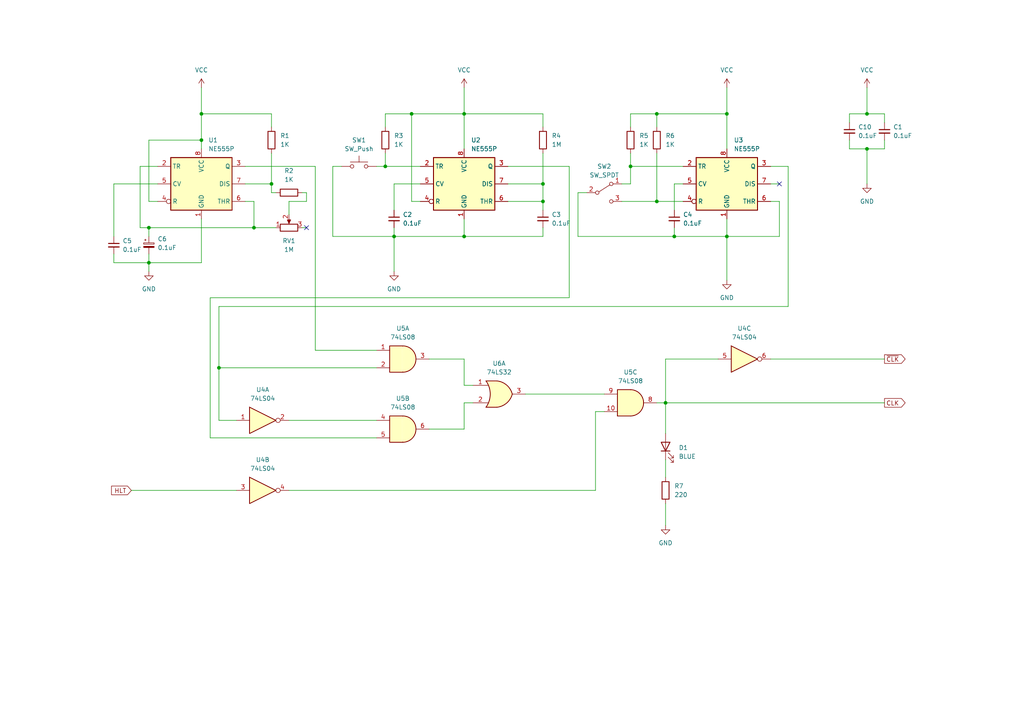
<source format=kicad_sch>
(kicad_sch (version 20211123) (generator eeschema)
  (paper "A4")
  (lib_symbols
    (symbol "74xx:74LS04"
      (property "Reference" "U" (at 0 1.27 0))
      (property "Value" "74LS04" (at 0 -1.27 0))
      (symbol "74LS04_1_0"
        (polyline (pts (xy -3.81 3.81) (xy -3.81 -3.81) (xy 3.81 0) (xy -3.81 3.81)) (stroke (width 0.254)) (fill (type background)))
        (pin input line (at -7.62 0 0) (length 3.81) (name "~") (number "1"))
        (pin output inverted (at 7.62 0 180) (length 3.81) (name "~") (number "2"))
      )
      (symbol "74LS04_2_0"
        (polyline (pts (xy -3.81 3.81) (xy -3.81 -3.81) (xy 3.81 0) (xy -3.81 3.81)) (stroke (width 0.254)) (fill (type background)))
        (pin input line (at -7.62 0 0) (length 3.81) (name "~") (number "3"))
        (pin output inverted (at 7.62 0 180) (length 3.81) (name "~") (number "4"))
      )
      (symbol "74LS04_3_0"
        (polyline (pts (xy -3.81 3.81) (xy -3.81 -3.81) (xy 3.81 0) (xy -3.81 3.81)) (stroke (width 0.254)) (fill (type background)))
        (pin input line (at -7.62 0 0) (length 3.81) (name "~") (number "5"))
        (pin output inverted (at 7.62 0 180) (length 3.81) (name "~") (number "6"))
      )
      (symbol "74LS04_4_0"
        (polyline (pts (xy -3.81 3.81) (xy -3.81 -3.81) (xy 3.81 0) (xy -3.81 3.81)) (stroke (width 0.254)) (fill (type background)))
        (pin output inverted (at 7.62 0 180) (length 3.81) (name "~") (number "8"))
        (pin input line (at -7.62 0 0) (length 3.81) (name "~") (number "9"))
      )
      (symbol "74LS04_5_0"
        (polyline (pts (xy -3.81 3.81) (xy -3.81 -3.81) (xy 3.81 0) (xy -3.81 3.81)) (stroke (width 0.254)) (fill (type background)))
        (pin output inverted (at 7.62 0 180) (length 3.81) (name "~") (number "10"))
        (pin input line (at -7.62 0 0) (length 3.81) (name "~") (number "11"))
      )
      (symbol "74LS04_6_0"
        (polyline (pts (xy -3.81 3.81) (xy -3.81 -3.81) (xy 3.81 0) (xy -3.81 3.81)) (stroke (width 0.254)) (fill (type background)))
        (pin output inverted (at 7.62 0 180) (length 3.81) (name "~") (number "12"))
        (pin input line (at -7.62 0 0) (length 3.81) (name "~") (number "13"))
      )
      (symbol "74LS04_7_0"
        (pin power_in line (at 0 12.7 270) (length 5.08) (name "VCC") (number "14"))
        (pin power_in line (at 0 -12.7 90) (length 5.08) (name "GND") (number "7"))
      )
      (symbol "74LS04_7_1"
        (rectangle (start -5.08 7.62) (end 5.08 -7.62) (stroke (width 0.254)) (fill (type background)))
      )
    )
    (symbol "74xx:74LS08" (pin_names (offset 1.016))
      (property "Reference" "U" (at 0 1.27 0))
      (property "Value" "74LS08" (at 0 -1.27 0))
      (symbol "74LS08_1_1"
        (arc (start 0 -3.81) (mid 3.81 0) (end 0 3.81) (stroke (width 0.254)) (fill (type background)))
        (polyline (pts (xy 0 3.81) (xy -3.81 3.81) (xy -3.81 -3.81) (xy 0 -3.81)) (stroke (width 0.254)) (fill (type background)))
        (pin input line (at -7.62 2.54 0) (length 3.81) (name "~") (number "1"))
        (pin input line (at -7.62 -2.54 0) (length 3.81) (name "~") (number "2"))
        (pin output line (at 7.62 0 180) (length 3.81) (name "~") (number "3"))
      )
      (symbol "74LS08_1_2"
        (arc (start -3.81 -3.81) (mid -2.589 0) (end -3.81 3.81) (stroke (width 0.254)))
        (arc (start -0.6096 -3.81) (mid 2.1842 -2.5851) (end 3.81 0) (stroke (width 0.254)) (fill (type background)))
        (polyline (pts (xy -3.81 -3.81) (xy -0.635 -3.81)) (stroke (width 0.254)) (fill (type background)))
        (polyline (pts (xy -3.81 3.81) (xy -0.635 3.81)) (stroke (width 0.254)) (fill (type background)))
        (polyline (pts (xy -0.635 3.81) (xy -3.81 3.81) (xy -3.81 3.81) (xy -3.556 3.4036) (xy -3.0226 2.2606) (xy -2.6924 1.0414) (xy -2.6162 -0.254) (xy -2.7686 -1.4986) (xy -3.175 -2.7178) (xy -3.81 -3.81) (xy -3.81 -3.81) (xy -0.635 -3.81)) (stroke (width -25.4)) (fill (type background)))
        (arc (start 3.81 0) (mid 2.1915 2.5936) (end -0.6096 3.81) (stroke (width 0.254)) (fill (type background)))
        (pin input inverted (at -7.62 2.54 0) (length 4.318) (name "~") (number "1"))
        (pin input inverted (at -7.62 -2.54 0) (length 4.318) (name "~") (number "2"))
        (pin output inverted (at 7.62 0 180) (length 3.81) (name "~") (number "3"))
      )
      (symbol "74LS08_2_1"
        (arc (start 0 -3.81) (mid 3.81 0) (end 0 3.81) (stroke (width 0.254)) (fill (type background)))
        (polyline (pts (xy 0 3.81) (xy -3.81 3.81) (xy -3.81 -3.81) (xy 0 -3.81)) (stroke (width 0.254)) (fill (type background)))
        (pin input line (at -7.62 2.54 0) (length 3.81) (name "~") (number "4"))
        (pin input line (at -7.62 -2.54 0) (length 3.81) (name "~") (number "5"))
        (pin output line (at 7.62 0 180) (length 3.81) (name "~") (number "6"))
      )
      (symbol "74LS08_2_2"
        (arc (start -3.81 -3.81) (mid -2.589 0) (end -3.81 3.81) (stroke (width 0.254)))
        (arc (start -0.6096 -3.81) (mid 2.1842 -2.5851) (end 3.81 0) (stroke (width 0.254)) (fill (type background)))
        (polyline (pts (xy -3.81 -3.81) (xy -0.635 -3.81)) (stroke (width 0.254)) (fill (type background)))
        (polyline (pts (xy -3.81 3.81) (xy -0.635 3.81)) (stroke (width 0.254)) (fill (type background)))
        (polyline (pts (xy -0.635 3.81) (xy -3.81 3.81) (xy -3.81 3.81) (xy -3.556 3.4036) (xy -3.0226 2.2606) (xy -2.6924 1.0414) (xy -2.6162 -0.254) (xy -2.7686 -1.4986) (xy -3.175 -2.7178) (xy -3.81 -3.81) (xy -3.81 -3.81) (xy -0.635 -3.81)) (stroke (width -25.4)) (fill (type background)))
        (arc (start 3.81 0) (mid 2.1915 2.5936) (end -0.6096 3.81) (stroke (width 0.254)) (fill (type background)))
        (pin input inverted (at -7.62 2.54 0) (length 4.318) (name "~") (number "4"))
        (pin input inverted (at -7.62 -2.54 0) (length 4.318) (name "~") (number "5"))
        (pin output inverted (at 7.62 0 180) (length 3.81) (name "~") (number "6"))
      )
      (symbol "74LS08_3_1"
        (arc (start 0 -3.81) (mid 3.81 0) (end 0 3.81) (stroke (width 0.254)) (fill (type background)))
        (polyline (pts (xy 0 3.81) (xy -3.81 3.81) (xy -3.81 -3.81) (xy 0 -3.81)) (stroke (width 0.254)) (fill (type background)))
        (pin input line (at -7.62 -2.54 0) (length 3.81) (name "~") (number "10"))
        (pin output line (at 7.62 0 180) (length 3.81) (name "~") (number "8"))
        (pin input line (at -7.62 2.54 0) (length 3.81) (name "~") (number "9"))
      )
      (symbol "74LS08_3_2"
        (arc (start -3.81 -3.81) (mid -2.589 0) (end -3.81 3.81) (stroke (width 0.254)))
        (arc (start -0.6096 -3.81) (mid 2.1842 -2.5851) (end 3.81 0) (stroke (width 0.254)) (fill (type background)))
        (polyline (pts (xy -3.81 -3.81) (xy -0.635 -3.81)) (stroke (width 0.254)) (fill (type background)))
        (polyline (pts (xy -3.81 3.81) (xy -0.635 3.81)) (stroke (width 0.254)) (fill (type background)))
        (polyline (pts (xy -0.635 3.81) (xy -3.81 3.81) (xy -3.81 3.81) (xy -3.556 3.4036) (xy -3.0226 2.2606) (xy -2.6924 1.0414) (xy -2.6162 -0.254) (xy -2.7686 -1.4986) (xy -3.175 -2.7178) (xy -3.81 -3.81) (xy -3.81 -3.81) (xy -0.635 -3.81)) (stroke (width -25.4)) (fill (type background)))
        (arc (start 3.81 0) (mid 2.1915 2.5936) (end -0.6096 3.81) (stroke (width 0.254)) (fill (type background)))
        (pin input inverted (at -7.62 -2.54 0) (length 4.318) (name "~") (number "10"))
        (pin output inverted (at 7.62 0 180) (length 3.81) (name "~") (number "8"))
        (pin input inverted (at -7.62 2.54 0) (length 4.318) (name "~") (number "9"))
      )
      (symbol "74LS08_4_1"
        (arc (start 0 -3.81) (mid 3.81 0) (end 0 3.81) (stroke (width 0.254)) (fill (type background)))
        (polyline (pts (xy 0 3.81) (xy -3.81 3.81) (xy -3.81 -3.81) (xy 0 -3.81)) (stroke (width 0.254)) (fill (type background)))
        (pin output line (at 7.62 0 180) (length 3.81) (name "~") (number "11"))
        (pin input line (at -7.62 2.54 0) (length 3.81) (name "~") (number "12"))
        (pin input line (at -7.62 -2.54 0) (length 3.81) (name "~") (number "13"))
      )
      (symbol "74LS08_4_2"
        (arc (start -3.81 -3.81) (mid -2.589 0) (end -3.81 3.81) (stroke (width 0.254)))
        (arc (start -0.6096 -3.81) (mid 2.1842 -2.5851) (end 3.81 0) (stroke (width 0.254)) (fill (type background)))
        (polyline (pts (xy -3.81 -3.81) (xy -0.635 -3.81)) (stroke (width 0.254)) (fill (type background)))
        (polyline (pts (xy -3.81 3.81) (xy -0.635 3.81)) (stroke (width 0.254)) (fill (type background)))
        (polyline (pts (xy -0.635 3.81) (xy -3.81 3.81) (xy -3.81 3.81) (xy -3.556 3.4036) (xy -3.0226 2.2606) (xy -2.6924 1.0414) (xy -2.6162 -0.254) (xy -2.7686 -1.4986) (xy -3.175 -2.7178) (xy -3.81 -3.81) (xy -3.81 -3.81) (xy -0.635 -3.81)) (stroke (width -25.4)) (fill (type background)))
        (arc (start 3.81 0) (mid 2.1915 2.5936) (end -0.6096 3.81) (stroke (width 0.254)) (fill (type background)))
        (pin output inverted (at 7.62 0 180) (length 3.81) (name "~") (number "11"))
        (pin input inverted (at -7.62 2.54 0) (length 4.318) (name "~") (number "12"))
        (pin input inverted (at -7.62 -2.54 0) (length 4.318) (name "~") (number "13"))
      )
      (symbol "74LS08_5_0"
        (pin power_in line (at 0 12.7 270) (length 5.08) (name "VCC") (number "14"))
        (pin power_in line (at 0 -12.7 90) (length 5.08) (name "GND") (number "7"))
      )
      (symbol "74LS08_5_1"
        (rectangle (start -5.08 7.62) (end 5.08 -7.62) (stroke (width 0.254)) (fill (type background)))
      )
    )
    (symbol "74xx:74LS32" (pin_names (offset 1.016))
      (property "Reference" "U" (at 0 1.27 0))
      (property "Value" "74LS32" (at 0 -1.27 0))
      (symbol "74LS32_1_1"
        (arc (start -3.81 -3.81) (mid -2.589 0) (end -3.81 3.81) (stroke (width 0.254)))
        (arc (start -0.6096 -3.81) (mid 2.1842 -2.5851) (end 3.81 0) (stroke (width 0.254)) (fill (type background)))
        (polyline (pts (xy -3.81 -3.81) (xy -0.635 -3.81)) (stroke (width 0.254)) (fill (type background)))
        (polyline (pts (xy -3.81 3.81) (xy -0.635 3.81)) (stroke (width 0.254)) (fill (type background)))
        (polyline (pts (xy -0.635 3.81) (xy -3.81 3.81) (xy -3.81 3.81) (xy -3.556 3.4036) (xy -3.0226 2.2606) (xy -2.6924 1.0414) (xy -2.6162 -0.254) (xy -2.7686 -1.4986) (xy -3.175 -2.7178) (xy -3.81 -3.81) (xy -3.81 -3.81) (xy -0.635 -3.81)) (stroke (width -25.4)) (fill (type background)))
        (arc (start 3.81 0) (mid 2.1915 2.5936) (end -0.6096 3.81) (stroke (width 0.254)) (fill (type background)))
        (pin input line (at -7.62 2.54 0) (length 4.318) (name "~") (number "1"))
        (pin input line (at -7.62 -2.54 0) (length 4.318) (name "~") (number "2"))
        (pin output line (at 7.62 0 180) (length 3.81) (name "~") (number "3"))
      )
      (symbol "74LS32_1_2"
        (arc (start 0 -3.81) (mid 3.81 0) (end 0 3.81) (stroke (width 0.254)) (fill (type background)))
        (polyline (pts (xy 0 3.81) (xy -3.81 3.81) (xy -3.81 -3.81) (xy 0 -3.81)) (stroke (width 0.254)) (fill (type background)))
        (pin input inverted (at -7.62 2.54 0) (length 3.81) (name "~") (number "1"))
        (pin input inverted (at -7.62 -2.54 0) (length 3.81) (name "~") (number "2"))
        (pin output inverted (at 7.62 0 180) (length 3.81) (name "~") (number "3"))
      )
      (symbol "74LS32_2_1"
        (arc (start -3.81 -3.81) (mid -2.589 0) (end -3.81 3.81) (stroke (width 0.254)))
        (arc (start -0.6096 -3.81) (mid 2.1842 -2.5851) (end 3.81 0) (stroke (width 0.254)) (fill (type background)))
        (polyline (pts (xy -3.81 -3.81) (xy -0.635 -3.81)) (stroke (width 0.254)) (fill (type background)))
        (polyline (pts (xy -3.81 3.81) (xy -0.635 3.81)) (stroke (width 0.254)) (fill (type background)))
        (polyline (pts (xy -0.635 3.81) (xy -3.81 3.81) (xy -3.81 3.81) (xy -3.556 3.4036) (xy -3.0226 2.2606) (xy -2.6924 1.0414) (xy -2.6162 -0.254) (xy -2.7686 -1.4986) (xy -3.175 -2.7178) (xy -3.81 -3.81) (xy -3.81 -3.81) (xy -0.635 -3.81)) (stroke (width -25.4)) (fill (type background)))
        (arc (start 3.81 0) (mid 2.1915 2.5936) (end -0.6096 3.81) (stroke (width 0.254)) (fill (type background)))
        (pin input line (at -7.62 2.54 0) (length 4.318) (name "~") (number "4"))
        (pin input line (at -7.62 -2.54 0) (length 4.318) (name "~") (number "5"))
        (pin output line (at 7.62 0 180) (length 3.81) (name "~") (number "6"))
      )
      (symbol "74LS32_2_2"
        (arc (start 0 -3.81) (mid 3.81 0) (end 0 3.81) (stroke (width 0.254)) (fill (type background)))
        (polyline (pts (xy 0 3.81) (xy -3.81 3.81) (xy -3.81 -3.81) (xy 0 -3.81)) (stroke (width 0.254)) (fill (type background)))
        (pin input inverted (at -7.62 2.54 0) (length 3.81) (name "~") (number "4"))
        (pin input inverted (at -7.62 -2.54 0) (length 3.81) (name "~") (number "5"))
        (pin output inverted (at 7.62 0 180) (length 3.81) (name "~") (number "6"))
      )
      (symbol "74LS32_3_1"
        (arc (start -3.81 -3.81) (mid -2.589 0) (end -3.81 3.81) (stroke (width 0.254)))
        (arc (start -0.6096 -3.81) (mid 2.1842 -2.5851) (end 3.81 0) (stroke (width 0.254)) (fill (type background)))
        (polyline (pts (xy -3.81 -3.81) (xy -0.635 -3.81)) (stroke (width 0.254)) (fill (type background)))
        (polyline (pts (xy -3.81 3.81) (xy -0.635 3.81)) (stroke (width 0.254)) (fill (type background)))
        (polyline (pts (xy -0.635 3.81) (xy -3.81 3.81) (xy -3.81 3.81) (xy -3.556 3.4036) (xy -3.0226 2.2606) (xy -2.6924 1.0414) (xy -2.6162 -0.254) (xy -2.7686 -1.4986) (xy -3.175 -2.7178) (xy -3.81 -3.81) (xy -3.81 -3.81) (xy -0.635 -3.81)) (stroke (width -25.4)) (fill (type background)))
        (arc (start 3.81 0) (mid 2.1915 2.5936) (end -0.6096 3.81) (stroke (width 0.254)) (fill (type background)))
        (pin input line (at -7.62 -2.54 0) (length 4.318) (name "~") (number "10"))
        (pin output line (at 7.62 0 180) (length 3.81) (name "~") (number "8"))
        (pin input line (at -7.62 2.54 0) (length 4.318) (name "~") (number "9"))
      )
      (symbol "74LS32_3_2"
        (arc (start 0 -3.81) (mid 3.81 0) (end 0 3.81) (stroke (width 0.254)) (fill (type background)))
        (polyline (pts (xy 0 3.81) (xy -3.81 3.81) (xy -3.81 -3.81) (xy 0 -3.81)) (stroke (width 0.254)) (fill (type background)))
        (pin input inverted (at -7.62 -2.54 0) (length 3.81) (name "~") (number "10"))
        (pin output inverted (at 7.62 0 180) (length 3.81) (name "~") (number "8"))
        (pin input inverted (at -7.62 2.54 0) (length 3.81) (name "~") (number "9"))
      )
      (symbol "74LS32_4_1"
        (arc (start -3.81 -3.81) (mid -2.589 0) (end -3.81 3.81) (stroke (width 0.254)))
        (arc (start -0.6096 -3.81) (mid 2.1842 -2.5851) (end 3.81 0) (stroke (width 0.254)) (fill (type background)))
        (polyline (pts (xy -3.81 -3.81) (xy -0.635 -3.81)) (stroke (width 0.254)) (fill (type background)))
        (polyline (pts (xy -3.81 3.81) (xy -0.635 3.81)) (stroke (width 0.254)) (fill (type background)))
        (polyline (pts (xy -0.635 3.81) (xy -3.81 3.81) (xy -3.81 3.81) (xy -3.556 3.4036) (xy -3.0226 2.2606) (xy -2.6924 1.0414) (xy -2.6162 -0.254) (xy -2.7686 -1.4986) (xy -3.175 -2.7178) (xy -3.81 -3.81) (xy -3.81 -3.81) (xy -0.635 -3.81)) (stroke (width -25.4)) (fill (type background)))
        (arc (start 3.81 0) (mid 2.1915 2.5936) (end -0.6096 3.81) (stroke (width 0.254)) (fill (type background)))
        (pin output line (at 7.62 0 180) (length 3.81) (name "~") (number "11"))
        (pin input line (at -7.62 2.54 0) (length 4.318) (name "~") (number "12"))
        (pin input line (at -7.62 -2.54 0) (length 4.318) (name "~") (number "13"))
      )
      (symbol "74LS32_4_2"
        (arc (start 0 -3.81) (mid 3.81 0) (end 0 3.81) (stroke (width 0.254)) (fill (type background)))
        (polyline (pts (xy 0 3.81) (xy -3.81 3.81) (xy -3.81 -3.81) (xy 0 -3.81)) (stroke (width 0.254)) (fill (type background)))
        (pin output inverted (at 7.62 0 180) (length 3.81) (name "~") (number "11"))
        (pin input inverted (at -7.62 2.54 0) (length 3.81) (name "~") (number "12"))
        (pin input inverted (at -7.62 -2.54 0) (length 3.81) (name "~") (number "13"))
      )
      (symbol "74LS32_5_0"
        (pin power_in line (at 0 12.7 270) (length 5.08) (name "VCC") (number "14"))
        (pin power_in line (at 0 -12.7 90) (length 5.08) (name "GND") (number "7"))
      )
      (symbol "74LS32_5_1"
        (rectangle (start -5.08 7.62) (end 5.08 -7.62) (stroke (width 0.254)) (fill (type background)))
      )
    )
    (symbol "Device:C_Polarized_Small" (pin_numbers hide) (pin_names (offset 0.254) hide)
      (property "Reference" "C" (at 0.254 1.778 0))
      (property "Value" "C_Polarized_Small" (at 0.254 -2.032 0))
      (symbol "C_Polarized_Small_0_1"
        (rectangle (start -1.524 -0.3048) (end 1.524 -0.6858) (fill (type outline)))
        (rectangle (start -1.524 0.6858) (end 1.524 0.3048))
        (polyline (pts (xy -1.27 1.524) (xy -0.762 1.524)))
        (polyline (pts (xy -1.016 1.27) (xy -1.016 1.778)))
      )
      (symbol "C_Polarized_Small_1_1"
        (pin passive line (at 0 2.54 270) (length 1.8542) (name "~") (number "1"))
        (pin passive line (at 0 -2.54 90) (length 1.8542) (name "~") (number "2"))
      )
    )
    (symbol "Device:C_Small" (pin_numbers hide) (pin_names (offset 0.254) hide)
      (property "Reference" "C" (at 0.254 1.778 0))
      (property "Value" "C_Small" (at 0.254 -2.032 0))
      (symbol "C_Small_0_1"
        (polyline (pts (xy -1.524 -0.508) (xy 1.524 -0.508)) (stroke (width 0.3302)))
        (polyline (pts (xy -1.524 0.508) (xy 1.524 0.508)) (stroke (width 0.3048)))
      )
      (symbol "C_Small_1_1"
        (pin passive line (at 0 2.54 270) (length 2.032) (name "~") (number "1"))
        (pin passive line (at 0 -2.54 90) (length 2.032) (name "~") (number "2"))
      )
    )
    (symbol "Device:LED" (pin_numbers hide) (pin_names (offset 1.016) hide)
      (property "Reference" "D" (at 0 2.54 0))
      (property "Value" "LED" (at 0 -2.54 0))
      (symbol "LED_0_1"
        (polyline (pts (xy -1.27 -1.27) (xy -1.27 1.27)) (stroke (width 0.254)))
        (polyline (pts (xy -1.27 0) (xy 1.27 0)))
        (polyline (pts (xy 1.27 -1.27) (xy 1.27 1.27) (xy -1.27 0) (xy 1.27 -1.27)) (stroke (width 0.254)))
        (polyline (pts (xy -3.048 -0.762) (xy -4.572 -2.286) (xy -3.81 -2.286) (xy -4.572 -2.286) (xy -4.572 -1.524)))
        (polyline (pts (xy -1.778 -0.762) (xy -3.302 -2.286) (xy -2.54 -2.286) (xy -3.302 -2.286) (xy -3.302 -1.524)))
      )
      (symbol "LED_1_1"
        (pin passive line (at -3.81 0 0) (length 2.54) (name "K") (number "1"))
        (pin passive line (at 3.81 0 180) (length 2.54) (name "A") (number "2"))
      )
    )
    (symbol "Device:R" (pin_numbers hide) (pin_names (offset 0))
      (property "Reference" "R" (at 2.032 0 90))
      (property "Value" "R" (at 0 0 90))
      (symbol "R_0_1"
        (rectangle (start -1.016 -2.54) (end 1.016 2.54) (stroke (width 0.254)))
      )
      (symbol "R_1_1"
        (pin passive line (at 0 3.81 270) (length 1.27) (name "~") (number "1"))
        (pin passive line (at 0 -3.81 90) (length 1.27) (name "~") (number "2"))
      )
    )
    (symbol "Device:R_Potentiometer" (pin_names (offset 1.016) hide)
      (property "Reference" "RV" (at -4.445 0 90))
      (property "Value" "R_Potentiometer" (at -2.54 0 90))
      (symbol "R_Potentiometer_0_1"
        (polyline (pts (xy 2.54 0) (xy 1.524 0)))
        (polyline (pts (xy 1.143 0) (xy 2.286 0.508) (xy 2.286 -0.508) (xy 1.143 0)) (fill (type outline)))
        (rectangle (start 1.016 2.54) (end -1.016 -2.54) (stroke (width 0.254)))
      )
      (symbol "R_Potentiometer_1_1"
        (pin passive line (at 0 3.81 270) (length 1.27) (name "1") (number "1"))
        (pin passive line (at 3.81 0 180) (length 1.27) (name "2") (number "2"))
        (pin passive line (at 0 -3.81 90) (length 1.27) (name "3") (number "3"))
      )
    )
    (symbol "Switch:SW_Push" (pin_numbers hide) (pin_names (offset 1.016) hide)
      (property "Reference" "SW" (at 1.27 2.54 0))
      (property "Value" "SW_Push" (at 0 -1.524 0))
      (symbol "SW_Push_0_1"
        (circle (center -2.032 0) (radius 0.508))
        (polyline (pts (xy 0 1.27) (xy 0 3.048)))
        (polyline (pts (xy 2.54 1.27) (xy -2.54 1.27)))
        (circle (center 2.032 0) (radius 0.508))
        (pin passive line (at -5.08 0 0) (length 2.54) (name "1") (number "1"))
        (pin passive line (at 5.08 0 180) (length 2.54) (name "2") (number "2"))
      )
    )
    (symbol "Switch:SW_SPDT" (pin_names (offset 0) hide)
      (property "Reference" "SW" (at 0 4.318 0))
      (property "Value" "SW_SPDT" (at 0 -5.08 0))
      (symbol "SW_SPDT_0_0"
        (circle (center -2.032 0) (radius 0.508))
        (circle (center 2.032 -2.54) (radius 0.508))
      )
      (symbol "SW_SPDT_0_1"
        (polyline (pts (xy -1.524 0.254) (xy 1.651 2.286)))
        (circle (center 2.032 2.54) (radius 0.508))
      )
      (symbol "SW_SPDT_1_1"
        (pin passive line (at 5.08 2.54 180) (length 2.54) (name "A") (number "1"))
        (pin passive line (at -5.08 0 0) (length 2.54) (name "B") (number "2"))
        (pin passive line (at 5.08 -2.54 180) (length 2.54) (name "C") (number "3"))
      )
    )
    (symbol "Timer:NE555P"
      (property "Reference" "U" (at -10.16 8.89 0))
      (property "Value" "NE555P" (at 2.54 8.89 0))
      (symbol "NE555P_0_0"
        (pin power_in line (at 0 -10.16 90) (length 2.54) (name "GND") (number "1"))
        (pin power_in line (at 0 10.16 270) (length 2.54) (name "VCC") (number "8"))
      )
      (symbol "NE555P_0_1"
        (rectangle (start -8.89 -7.62) (end 8.89 7.62) (stroke (width 0.254)) (fill (type background)))
        (rectangle (start -8.89 -7.62) (end 8.89 7.62) (stroke (width 0.254)) (fill (type background)))
      )
      (symbol "NE555P_1_1"
        (pin input line (at -12.7 5.08 0) (length 3.81) (name "TR") (number "2"))
        (pin output line (at 12.7 5.08 180) (length 3.81) (name "Q") (number "3"))
        (pin input inverted (at -12.7 -5.08 0) (length 3.81) (name "R") (number "4"))
        (pin input line (at -12.7 0 0) (length 3.81) (name "CV") (number "5"))
        (pin input line (at 12.7 -5.08 180) (length 3.81) (name "THR") (number "6"))
        (pin input line (at 12.7 0 180) (length 3.81) (name "DIS") (number "7"))
      )
    )
    (symbol "power:GND" (power) (pin_names (offset 0))
      (property "Value" "GND" (at 0 -3.81 0))
      (symbol "GND_0_1"
        (polyline (pts (xy 0 0) (xy 0 -1.27) (xy 1.27 -1.27) (xy 0 -2.54) (xy -1.27 -1.27) (xy 0 -1.27)))
      )
      (symbol "GND_1_1"
        (pin power_in line (at 0 0 270) (length 0) hide (name "GND") (number "1"))
      )
    )
    (symbol "power:VCC" (power) (pin_names (offset 0))
      (property "Value" "VCC" (at 0 3.81 0))
      (symbol "VCC_0_1"
        (polyline (pts (xy -0.762 1.27) (xy 0 2.54)))
        (polyline (pts (xy 0 0) (xy 0 2.54)))
        (polyline (pts (xy 0 2.54) (xy 0.762 1.27)))
      )
      (symbol "VCC_1_1"
        (pin power_in line (at 0 0 90) (length 0) hide (name "VCC") (number "1"))
      )
    )
  )
  (junction (at 195.58 68.58))
  (junction (at 73.66 66.04))
  (junction (at 210.82 68.58))
  (junction (at 58.42 33.02))
  (junction (at 182.88 48.26))
  (junction (at 134.62 68.58))
  (junction (at 58.42 40.64))
  (junction (at 63.5 106.68))
  (junction (at 119.38 33.02))
  (junction (at 190.5 58.42))
  (junction (at 134.62 33.02))
  (junction (at 190.5 33.02))
  (junction (at 78.74 53.34))
  (junction (at 251.46 43.18))
  (junction (at 114.3 68.58))
  (junction (at 157.48 58.42))
  (junction (at 251.46 33.02))
  (junction (at 43.18 76.2))
  (junction (at 111.76 48.26))
  (junction (at 210.82 33.02))
  (junction (at 157.48 53.34))
  (junction (at 193.04 116.84))
  (junction (at 43.18 66.04))
  (no_connect (at 88.9 66.04))
  (no_connect (at 226.06 53.34))
  (wire (pts (xy 165.1 86.36) (xy 60.96 86.36)))
  (wire (pts (xy 210.82 33.02) (xy 210.82 43.18)))
  (wire (pts (xy 193.04 104.14) (xy 193.04 116.84)))
  (wire (pts (xy 193.04 116.84) (xy 190.5 116.84)))
  (wire (pts (xy 43.18 58.42) (xy 45.72 58.42)))
  (wire (pts (xy 165.1 48.26) (xy 165.1 86.36)))
  (wire (pts (xy 134.62 116.84) (xy 137.16 116.84)))
  (wire (pts (xy 33.02 73.66) (xy 33.02 76.2)))
  (wire (pts (xy 246.38 33.02) (xy 246.38 35.56)))
  (wire (pts (xy 111.76 48.26) (xy 121.92 48.26)))
  (wire (pts (xy 223.52 58.42) (xy 226.06 58.42)))
  (wire (pts (xy 256.54 33.02) (xy 256.54 35.56)))
  (wire (pts (xy 157.48 33.02) (xy 157.48 36.83)))
  (wire (pts (xy 58.42 63.5) (xy 58.42 76.2)))
  (wire (pts (xy 190.5 36.83) (xy 190.5 33.02)))
  (wire (pts (xy 172.72 142.24) (xy 172.72 119.38)))
  (wire (pts (xy 251.46 33.02) (xy 256.54 33.02)))
  (wire (pts (xy 111.76 48.26) (xy 111.76 44.45)))
  (wire (pts (xy 134.62 33.02) (xy 157.48 33.02)))
  (wire (pts (xy 190.5 44.45) (xy 190.5 58.42)))
  (wire (pts (xy 33.02 53.34) (xy 33.02 68.58)))
  (wire (pts (xy 58.42 40.64) (xy 58.42 43.18)))
  (wire (pts (xy 33.02 76.2) (xy 43.18 76.2)))
  (wire (pts (xy 83.82 142.24) (xy 172.72 142.24)))
  (wire (pts (xy 134.62 104.14) (xy 134.62 111.76)))
  (wire (pts (xy 193.04 146.05) (xy 193.04 152.4)))
  (wire (pts (xy 157.48 44.45) (xy 157.48 53.34)))
  (wire (pts (xy 43.18 76.2) (xy 43.18 78.74)))
  (wire (pts (xy 91.44 48.26) (xy 91.44 101.6)))
  (wire (pts (xy 43.18 40.64) (xy 43.18 58.42)))
  (wire (pts (xy 78.74 36.83) (xy 78.74 33.02)))
  (wire (pts (xy 226.06 68.58) (xy 210.82 68.58)))
  (wire (pts (xy 43.18 76.2) (xy 58.42 76.2)))
  (wire (pts (xy 134.62 68.58) (xy 157.48 68.58)))
  (wire (pts (xy 121.92 53.34) (xy 114.3 53.34)))
  (wire (pts (xy 114.3 68.58) (xy 114.3 78.74)))
  (wire (pts (xy 134.62 111.76) (xy 137.16 111.76)))
  (wire (pts (xy 208.28 104.14) (xy 193.04 104.14)))
  (wire (pts (xy 38.1 142.24) (xy 68.58 142.24)))
  (wire (pts (xy 134.62 116.84) (xy 134.62 124.46)))
  (wire (pts (xy 157.48 58.42) (xy 157.48 60.96)))
  (wire (pts (xy 167.64 55.88) (xy 167.64 68.58)))
  (wire (pts (xy 78.74 55.88) (xy 80.01 55.88)))
  (wire (pts (xy 96.52 68.58) (xy 114.3 68.58)))
  (wire (pts (xy 114.3 53.34) (xy 114.3 60.96)))
  (wire (pts (xy 60.96 127) (xy 109.22 127)))
  (wire (pts (xy 83.82 121.92) (xy 109.22 121.92)))
  (wire (pts (xy 45.72 53.34) (xy 33.02 53.34)))
  (wire (pts (xy 124.46 104.14) (xy 134.62 104.14)))
  (wire (pts (xy 119.38 33.02) (xy 119.38 58.42)))
  (wire (pts (xy 228.6 48.26) (xy 228.6 88.9)))
  (wire (pts (xy 40.64 66.04) (xy 43.18 66.04)))
  (wire (pts (xy 40.64 48.26) (xy 40.64 66.04)))
  (wire (pts (xy 63.5 106.68) (xy 63.5 121.92)))
  (wire (pts (xy 63.5 106.68) (xy 109.22 106.68)))
  (wire (pts (xy 193.04 116.84) (xy 256.54 116.84)))
  (wire (pts (xy 251.46 43.18) (xy 251.46 53.34)))
  (wire (pts (xy 109.22 48.26) (xy 111.76 48.26)))
  (wire (pts (xy 251.46 43.18) (xy 256.54 43.18)))
  (wire (pts (xy 58.42 40.64) (xy 43.18 40.64)))
  (wire (pts (xy 172.72 119.38) (xy 175.26 119.38)))
  (wire (pts (xy 71.12 53.34) (xy 78.74 53.34)))
  (wire (pts (xy 190.5 33.02) (xy 210.82 33.02)))
  (wire (pts (xy 193.04 116.84) (xy 193.04 125.73)))
  (wire (pts (xy 58.42 25.4) (xy 58.42 33.02)))
  (wire (pts (xy 223.52 53.34) (xy 226.06 53.34)))
  (wire (pts (xy 256.54 40.64) (xy 256.54 43.18)))
  (wire (pts (xy 63.5 88.9) (xy 63.5 106.68)))
  (wire (pts (xy 124.46 124.46) (xy 134.62 124.46)))
  (wire (pts (xy 83.82 58.42) (xy 83.82 62.23)))
  (wire (pts (xy 157.48 53.34) (xy 157.48 58.42)))
  (wire (pts (xy 147.32 53.34) (xy 157.48 53.34)))
  (wire (pts (xy 87.63 55.88) (xy 88.9 55.88)))
  (wire (pts (xy 134.62 25.4) (xy 134.62 33.02)))
  (wire (pts (xy 43.18 66.04) (xy 73.66 66.04)))
  (wire (pts (xy 114.3 66.04) (xy 114.3 68.58)))
  (wire (pts (xy 223.52 48.26) (xy 228.6 48.26)))
  (wire (pts (xy 78.74 33.02) (xy 58.42 33.02)))
  (wire (pts (xy 111.76 36.83) (xy 111.76 33.02)))
  (wire (pts (xy 251.46 33.02) (xy 246.38 33.02)))
  (wire (pts (xy 223.52 104.14) (xy 256.54 104.14)))
  (wire (pts (xy 111.76 33.02) (xy 119.38 33.02)))
  (wire (pts (xy 78.74 53.34) (xy 78.74 55.88)))
  (wire (pts (xy 43.18 73.66) (xy 43.18 76.2)))
  (wire (pts (xy 99.06 48.26) (xy 96.52 48.26)))
  (wire (pts (xy 87.63 66.04) (xy 88.9 66.04)))
  (wire (pts (xy 96.52 48.26) (xy 96.52 68.58)))
  (wire (pts (xy 198.12 48.26) (xy 182.88 48.26)))
  (wire (pts (xy 251.46 25.4) (xy 251.46 33.02)))
  (wire (pts (xy 43.18 66.04) (xy 43.18 68.58)))
  (wire (pts (xy 246.38 43.18) (xy 251.46 43.18)))
  (wire (pts (xy 121.92 58.42) (xy 119.38 58.42)))
  (wire (pts (xy 119.38 33.02) (xy 134.62 33.02)))
  (wire (pts (xy 60.96 86.36) (xy 60.96 127)))
  (wire (pts (xy 147.32 58.42) (xy 157.48 58.42)))
  (wire (pts (xy 210.82 63.5) (xy 210.82 68.58)))
  (wire (pts (xy 246.38 40.64) (xy 246.38 43.18)))
  (wire (pts (xy 157.48 66.04) (xy 157.48 68.58)))
  (wire (pts (xy 195.58 66.04) (xy 195.58 68.58)))
  (wire (pts (xy 210.82 25.4) (xy 210.82 33.02)))
  (wire (pts (xy 58.42 33.02) (xy 58.42 40.64)))
  (wire (pts (xy 91.44 101.6) (xy 109.22 101.6)))
  (wire (pts (xy 195.58 68.58) (xy 210.82 68.58)))
  (wire (pts (xy 63.5 121.92) (xy 68.58 121.92)))
  (wire (pts (xy 182.88 33.02) (xy 190.5 33.02)))
  (wire (pts (xy 78.74 44.45) (xy 78.74 53.34)))
  (wire (pts (xy 170.18 55.88) (xy 167.64 55.88)))
  (wire (pts (xy 45.72 48.26) (xy 40.64 48.26)))
  (wire (pts (xy 73.66 66.04) (xy 73.66 58.42)))
  (wire (pts (xy 134.62 33.02) (xy 134.62 43.18)))
  (wire (pts (xy 228.6 88.9) (xy 63.5 88.9)))
  (wire (pts (xy 71.12 48.26) (xy 91.44 48.26)))
  (wire (pts (xy 88.9 58.42) (xy 83.82 58.42)))
  (wire (pts (xy 182.88 44.45) (xy 182.88 48.26)))
  (wire (pts (xy 88.9 55.88) (xy 88.9 58.42)))
  (wire (pts (xy 73.66 66.04) (xy 80.01 66.04)))
  (wire (pts (xy 210.82 68.58) (xy 210.82 81.28)))
  (wire (pts (xy 71.12 58.42) (xy 73.66 58.42)))
  (wire (pts (xy 134.62 63.5) (xy 134.62 68.58)))
  (wire (pts (xy 198.12 53.34) (xy 195.58 53.34)))
  (wire (pts (xy 180.34 58.42) (xy 190.5 58.42)))
  (wire (pts (xy 182.88 53.34) (xy 180.34 53.34)))
  (wire (pts (xy 182.88 48.26) (xy 182.88 53.34)))
  (wire (pts (xy 195.58 53.34) (xy 195.58 60.96)))
  (wire (pts (xy 193.04 133.35) (xy 193.04 138.43)))
  (wire (pts (xy 167.64 68.58) (xy 195.58 68.58)))
  (wire (pts (xy 226.06 58.42) (xy 226.06 68.58)))
  (wire (pts (xy 134.62 68.58) (xy 114.3 68.58)))
  (wire (pts (xy 152.4 114.3) (xy 175.26 114.3)))
  (wire (pts (xy 147.32 48.26) (xy 165.1 48.26)))
  (wire (pts (xy 190.5 58.42) (xy 198.12 58.42)))
  (wire (pts (xy 182.88 36.83) (xy 182.88 33.02)))
  (global_label "CLK" (shape output) (at 256.54 116.84 0) (property "Intersheet References" "${INTERSHEET_REFS}" (effects hide)))
  (global_label "~{CLK}" (shape output) (at 256.54 104.14 0) (property "Intersheet References" "${INTERSHEET_REFS}" (effects hide)))
  (global_label "HLT" (shape input) (at 38.1 142.24 180) (property "Intersheet References" "${INTERSHEET_REFS}" (effects hide)))
  (symbol (lib_id "power:VCC") (at 210.82 25.4 0) (unit 1)
    (property "Reference" "#PWR0102" (effects hide))
    (property "Value" "VCC" (at 210.82 20.32 0))
  )
  (symbol (lib_id "power:GND") (at 193.04 152.4 0) (unit 1)
    (property "Reference" "#PWR0106" (effects hide))
    (property "Value" "GND" (at 193.04 157.48 0))
  )
  (symbol (lib_id "power:GND") (at 210.82 81.28 0) (unit 1)
    (property "Reference" "#PWR0105" (effects hide))
    (property "Value" "GND" (at 210.82 86.36 0))
  )
  (symbol (lib_id "power:GND") (at 251.46 53.34 0) (unit 1)
    (property "Reference" "#PWR0103" (effects hide))
    (property "Value" "GND" (at 251.46 58.42 0))
  )
  (symbol (lib_id "Device:R") (at 78.74 40.64 0) (unit 1)
    (property "Reference" "R1" (at 81.28 39.3699 0) (effects (justify left)))
    (property "Value" "1K" (at 81.28 41.9099 0) (effects (justify left)))
    (property "Footprint" "Resistor_THT:R_Axial_DIN0204_L3.6mm_D1.6mm_P7.62mm_Horizontal" (effects hide))
  )
  (symbol (lib_id "Device:R") (at 157.48 40.64 180) (unit 1)
    (property "Reference" "R4" (at 160.02 39.3699 0) (effects (justify right)))
    (property "Value" "1M" (at 160.02 41.9099 0) (effects (justify right)))
    (property "Footprint" "Resistor_THT:R_Axial_DIN0204_L3.6mm_D1.6mm_P7.62mm_Horizontal" (effects hide))
  )
  (symbol (lib_id "74xx:74LS08") (at 116.84 124.46 0) (unit 2)
    (property "Reference" "U5" (at 116.84 115.57 0))
    (property "Value" "74LS08" (at 116.84 118.11 0))
    (property "Footprint" "Package_DIP:DIP-14_W7.62mm" (effects hide))
    (property "Datasheet" "http://www.ti.com/lit/gpn/sn74LS08" (effects hide))
  )
  (symbol (lib_id "Device:C_Small") (at 114.3 63.5 0) (unit 1)
    (property "Reference" "C2" (at 116.84 62.2362 0) (effects (justify left)))
    (property "Value" "0.1uF" (at 116.84 64.7762 0) (effects (justify left)))
    (property "Footprint" "Capacitor_THT:C_Radial_D10.0mm_H12.5mm_P5.00mm" (effects hide))
  )
  (symbol (lib_id "Device:C_Polarized_Small") (at 43.18 71.12 0) (unit 1)
    (property "Reference" "C6" (at 45.72 69.3038 0) (effects (justify left)))
    (property "Value" "0.1uF" (at 45.72 71.8438 0) (effects (justify left)))
    (property "Footprint" "Capacitor_THT:CP_Radial_D4.0mm_P2.00mm" (effects hide))
  )
  (symbol (lib_id "Device:R_Potentiometer") (at 83.82 66.04 90) (unit 1)
    (property "Reference" "RV1" (at 83.82 69.85 90))
    (property "Value" "1M" (at 83.82 72.39 90))
    (property "Footprint" "Resistor_THT:R_Axial_DIN0204_L3.6mm_D1.6mm_P2.54mm_Vertical" (effects hide))
  )
  (symbol (lib_id "Device:C_Small") (at 256.54 38.1 0) (unit 1)
    (property "Reference" "C1" (at 259.08 36.8362 0) (effects (justify left)))
    (property "Value" "0.1uF" (at 259.08 39.3762 0) (effects (justify left)))
    (property "Footprint" "Capacitor_THT:C_Radial_D10.0mm_H12.5mm_P5.00mm" (effects hide))
  )
  (symbol (lib_id "power:GND") (at 43.18 78.74 0) (unit 1)
    (property "Reference" "#PWR0108" (effects hide))
    (property "Value" "GND" (at 43.18 83.82 0))
  )
  (symbol (lib_id "power:VCC") (at 251.46 25.4 0) (unit 1)
    (property "Reference" "#PWR0104" (effects hide))
    (property "Value" "VCC" (at 251.46 20.32 0))
  )
  (symbol (lib_id "Device:C_Small") (at 33.02 71.12 0) (unit 1)
    (property "Reference" "C5" (at 35.56 69.8562 0) (effects (justify left)))
    (property "Value" "0.1uF" (at 35.56 72.3962 0) (effects (justify left)))
    (property "Footprint" "Capacitor_THT:C_Radial_D10.0mm_H12.5mm_P5.00mm" (effects hide))
  )
  (symbol (lib_id "Switch:SW_Push") (at 104.14 48.26 0) (unit 1)
    (property "Reference" "SW1" (at 104.14 40.64 0))
    (property "Value" "SW_Push" (at 104.14 43.18 0))
    (property "Footprint" "Button_Switch_THT:SW_PUSH_6mm" (effects hide))
  )
  (symbol (lib_id "Timer:NE555P") (at 58.42 53.34 0) (unit 1)
    (property "Reference" "U1" (at 60.4394 40.64 0) (effects (justify left)))
    (property "Value" "NE555P" (at 60.4394 43.18 0) (effects (justify left)))
    (property "Footprint" "Package_DIP:DIP-8_W7.62mm" (effects hide))
    (property "Datasheet" "http://www.ti.com/lit/ds/symlink/ne555.pdf" (effects hide))
  )
  (symbol (lib_id "74xx:74LS08") (at 116.84 104.14 0) (unit 1)
    (property "Reference" "U5" (at 116.84 95.25 0))
    (property "Value" "74LS08" (at 116.84 97.79 0))
    (property "Footprint" "Package_DIP:DIP-14_W7.62mm" (effects hide))
    (property "Datasheet" "http://www.ti.com/lit/gpn/sn74LS08" (effects hide))
  )
  (symbol (lib_id "74xx:74LS04") (at 76.2 121.92 0) (unit 1)
    (property "Reference" "U4" (at 76.2 113.03 0))
    (property "Value" "74LS04" (at 76.2 115.57 0))
    (property "Footprint" "Package_DIP:DIP-14_W7.62mm" (effects hide))
    (property "Datasheet" "http://www.ti.com/lit/gpn/sn74LS04" (effects hide))
  )
  (symbol (lib_id "power:GND") (at 114.3 78.74 0) (unit 1)
    (property "Reference" "#PWR0107" (effects hide))
    (property "Value" "GND" (at 114.3 83.82 0))
  )
  (symbol (lib_id "Timer:NE555P") (at 134.62 53.34 0) (unit 1)
    (property "Reference" "U2" (at 136.6394 40.64 0) (effects (justify left)))
    (property "Value" "NE555P" (at 136.6394 43.18 0) (effects (justify left)))
    (property "Footprint" "Package_DIP:DIP-8_W7.62mm" (effects hide))
    (property "Datasheet" "http://www.ti.com/lit/ds/symlink/ne555.pdf" (effects hide))
  )
  (symbol (lib_id "Device:R") (at 193.04 142.24 180) (unit 1)
    (property "Reference" "R7" (at 195.58 140.9699 0) (effects (justify right)))
    (property "Value" "220" (at 195.58 143.5099 0) (effects (justify right)))
    (property "Footprint" "Resistor_THT:R_Axial_DIN0204_L3.6mm_D1.6mm_P7.62mm_Horizontal" (effects hide))
  )
  (symbol (lib_id "power:VCC") (at 58.42 25.4 0) (unit 1)
    (property "Reference" "#PWR0101" (effects hide))
    (property "Value" "VCC" (at 58.42 20.32 0))
  )
  (symbol (lib_id "Switch:SW_SPDT") (at 175.26 55.88 0) (unit 1)
    (property "Reference" "SW2" (at 175.26 48.26 0))
    (property "Value" "SW_SPDT" (at 175.26 50.8 0))
    (property "Footprint" "Button_Switch_THT:SW_CuK_OS102011MA1QN1_SPDT_Angled" (effects hide))
  )
  (symbol (lib_id "power:VCC") (at 134.62 25.4 0) (unit 1)
    (property "Reference" "#PWR0109" (effects hide))
    (property "Value" "VCC" (at 134.62 20.32 0))
  )
  (symbol (lib_id "Timer:NE555P") (at 210.82 53.34 0) (unit 1)
    (property "Reference" "U3" (at 212.8394 40.64 0) (effects (justify left)))
    (property "Value" "NE555P" (at 212.8394 43.18 0) (effects (justify left)))
    (property "Footprint" "Package_DIP:DIP-8_W7.62mm" (effects hide))
    (property "Datasheet" "http://www.ti.com/lit/ds/symlink/ne555.pdf" (effects hide))
  )
  (symbol (lib_id "Device:R") (at 111.76 40.64 180) (unit 1)
    (property "Reference" "R3" (at 114.3 39.3699 0) (effects (justify right)))
    (property "Value" "1K" (at 114.3 41.9099 0) (effects (justify right)))
    (property "Footprint" "Resistor_THT:R_Axial_DIN0204_L3.6mm_D1.6mm_P7.62mm_Horizontal" (effects hide))
  )
  (symbol (lib_id "Device:R") (at 83.82 55.88 90) (unit 1)
    (property "Reference" "R2" (at 83.82 49.53 90))
    (property "Value" "1K" (at 83.82 52.07 90))
    (property "Footprint" "Resistor_THT:R_Axial_DIN0204_L3.6mm_D1.6mm_P7.62mm_Horizontal" (effects hide))
  )
  (symbol (lib_id "Device:C_Small") (at 246.38 38.1 0) (unit 1)
    (property "Reference" "C10" (at 248.92 36.8362 0) (effects (justify left)))
    (property "Value" "0.1uF" (at 248.92 39.3762 0) (effects (justify left)))
    (property "Footprint" "Capacitor_THT:C_Radial_D10.0mm_H12.5mm_P5.00mm" (effects hide))
  )
  (symbol (lib_id "Device:LED") (at 193.04 129.54 90) (unit 1)
    (property "Reference" "D1" (at 196.85 129.8574 90) (effects (justify right)))
    (property "Value" "BLUE" (at 196.85 132.3974 90) (effects (justify right)))
    (property "Footprint" "LED_THT:LED_D5.0mm" (effects hide))
  )
  (symbol (lib_id "74xx:74LS04") (at 215.9 104.14 0) (unit 3)
    (property "Reference" "U4" (at 215.9 95.25 0))
    (property "Value" "74LS04" (at 215.9 97.79 0))
    (property "Footprint" "Package_DIP:DIP-14_W7.62mm" (effects hide))
    (property "Datasheet" "http://www.ti.com/lit/gpn/sn74LS04" (effects hide))
  )
  (symbol (lib_id "Device:C_Small") (at 157.48 63.5 0) (unit 1)
    (property "Reference" "C3" (at 160.02 62.2362 0) (effects (justify left)))
    (property "Value" "0.1uF" (at 160.02 64.7762 0) (effects (justify left)))
    (property "Footprint" "Capacitor_THT:C_Radial_D10.0mm_H12.5mm_P5.00mm" (effects hide))
  )
  (symbol (lib_id "74xx:74LS08") (at 182.88 116.84 0) (unit 3)
    (property "Reference" "U5" (at 182.88 107.95 0))
    (property "Value" "74LS08" (at 182.88 110.49 0))
    (property "Footprint" "Package_DIP:DIP-14_W7.62mm" (effects hide))
    (property "Datasheet" "http://www.ti.com/lit/gpn/sn74LS08" (effects hide))
  )
  (symbol (lib_id "74xx:74LS04") (at 76.2 142.24 0) (unit 2)
    (property "Reference" "U4" (at 76.2 133.35 0))
    (property "Value" "74LS04" (at 76.2 135.89 0))
    (property "Footprint" "Package_DIP:DIP-14_W7.62mm" (effects hide))
    (property "Datasheet" "http://www.ti.com/lit/gpn/sn74LS04" (effects hide))
  )
  (symbol (lib_id "Device:C_Small") (at 195.58 63.5 0) (unit 1)
    (property "Reference" "C4" (at 198.12 62.2362 0) (effects (justify left)))
    (property "Value" "0.1uF" (at 198.12 64.7762 0) (effects (justify left)))
    (property "Footprint" "Capacitor_THT:C_Radial_D10.0mm_H12.5mm_P5.00mm" (effects hide))
  )
  (symbol (lib_id "Device:R") (at 182.88 40.64 180) (unit 1)
    (property "Reference" "R5" (at 185.42 39.3699 0) (effects (justify right)))
    (property "Value" "1K" (at 185.42 41.9099 0) (effects (justify right)))
    (property "Footprint" "Resistor_THT:R_Axial_DIN0204_L3.6mm_D1.6mm_P7.62mm_Horizontal" (effects hide))
  )
  (symbol (lib_id "74xx:74LS32") (at 144.78 114.3 0) (unit 1)
    (property "Reference" "U6" (at 144.78 105.41 0))
    (property "Value" "74LS32" (at 144.78 107.95 0))
    (property "Footprint" "Package_DIP:DIP-14_W7.62mm" (effects hide))
    (property "Datasheet" "http://www.ti.com/lit/gpn/sn74LS32" (effects hide))
  )
  (symbol (lib_id "Device:R") (at 190.5 40.64 180) (unit 1)
    (property "Reference" "R6" (at 193.04 39.3699 0) (effects (justify right)))
    (property "Value" "1K" (at 193.04 41.9099 0) (effects (justify right)))
    (property "Footprint" "Resistor_THT:R_Axial_DIN0204_L3.6mm_D1.6mm_P7.62mm_Horizontal" (effects hide))
  )
)
</source>
